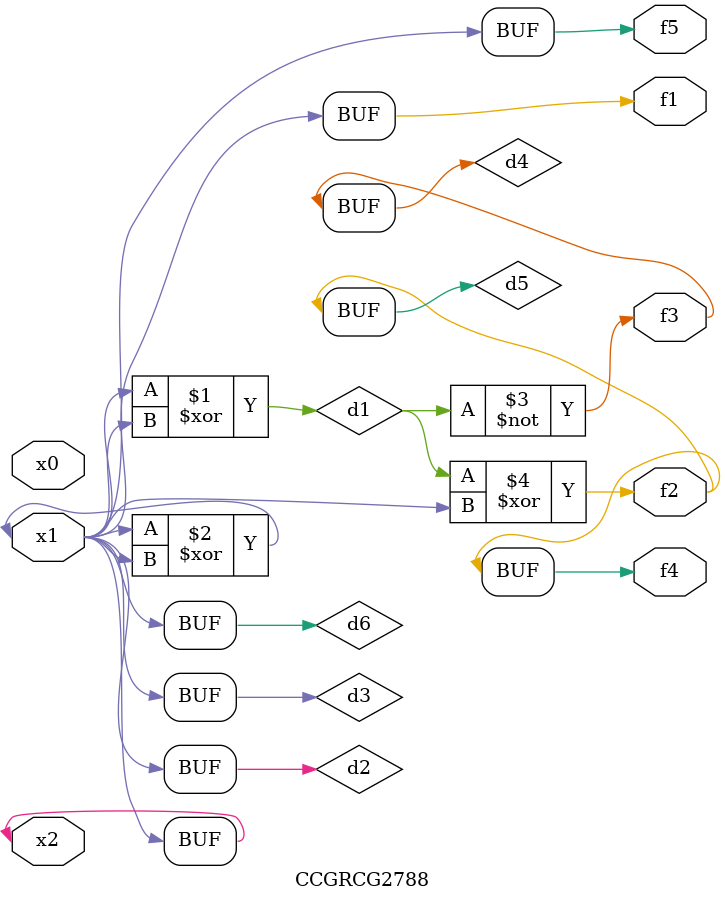
<source format=v>
module CCGRCG2788(
	input x0, x1, x2,
	output f1, f2, f3, f4, f5
);

	wire d1, d2, d3, d4, d5, d6;

	xor (d1, x1, x2);
	buf (d2, x1, x2);
	xor (d3, x1, x2);
	nor (d4, d1);
	xor (d5, d1, d2);
	buf (d6, d2, d3);
	assign f1 = d6;
	assign f2 = d5;
	assign f3 = d4;
	assign f4 = d5;
	assign f5 = d6;
endmodule

</source>
